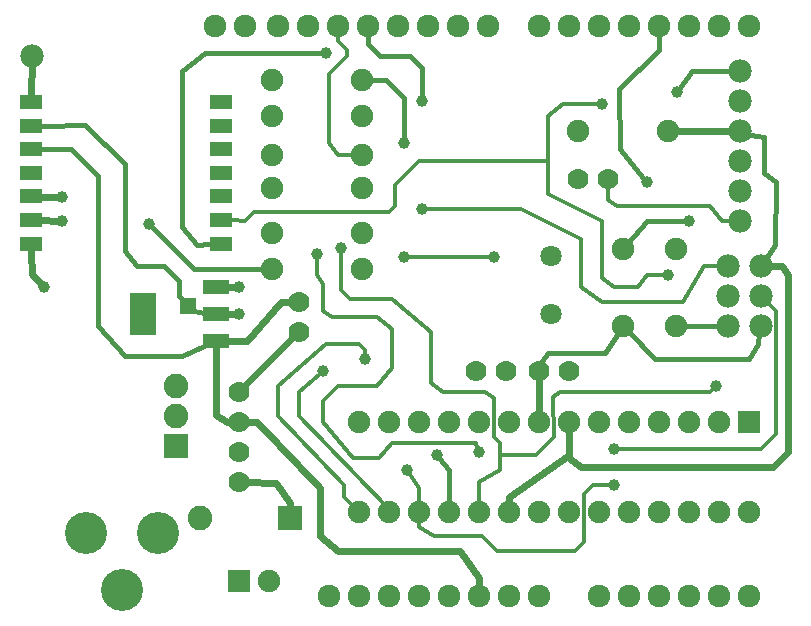
<source format=gtl>
G04 MADE WITH FRITZING*
G04 WWW.FRITZING.ORG*
G04 DOUBLE SIDED*
G04 HOLES PLATED*
G04 CONTOUR ON CENTER OF CONTOUR VECTOR*
%ASAXBY*%
%FSLAX23Y23*%
%MOIN*%
%OFA0B0*%
%SFA1.0B1.0*%
%ADD10C,0.039370*%
%ADD11C,0.075000*%
%ADD12C,0.070925*%
%ADD13C,0.070866*%
%ADD14C,0.070000*%
%ADD15C,0.078000*%
%ADD16C,0.082000*%
%ADD17C,0.140000*%
%ADD18C,0.075833*%
%ADD19R,0.088000X0.048000*%
%ADD20R,0.086600X0.141700*%
%ADD21R,0.081690X0.131309*%
%ADD22R,0.055556X0.055556*%
%ADD23R,0.075000X0.075000*%
%ADD24R,0.075569X0.049806*%
%ADD25R,0.075569X0.049847*%
%ADD26R,0.082000X0.082000*%
%ADD27C,0.024000*%
%ADD28C,0.016000*%
%ADD29C,0.012000*%
%LNCOPPER1*%
G90*
G70*
G54D10*
X805Y1031D03*
X805Y1122D03*
G54D11*
X2505Y671D03*
X2505Y371D03*
X2405Y671D03*
X2405Y371D03*
X2305Y671D03*
X2305Y371D03*
X2205Y671D03*
X2205Y371D03*
X2105Y671D03*
X2105Y371D03*
X2005Y671D03*
X2005Y371D03*
X1905Y671D03*
X1905Y371D03*
X1805Y671D03*
X1805Y371D03*
X1705Y671D03*
X1705Y371D03*
X1605Y671D03*
X1605Y371D03*
X1505Y671D03*
X1505Y371D03*
X1405Y671D03*
X1405Y371D03*
X1305Y671D03*
X1305Y371D03*
X1205Y671D03*
X1205Y371D03*
G54D10*
X2015Y1731D03*
G54D11*
X2263Y1247D03*
X2263Y991D03*
X2085Y1247D03*
X2085Y991D03*
G54D12*
X1845Y1224D03*
G54D13*
X1845Y1031D03*
G54D11*
X2235Y1641D03*
X1935Y1641D03*
G54D14*
X1805Y841D03*
X1906Y841D03*
X1595Y841D03*
X1696Y841D03*
X2035Y1481D03*
X1935Y1481D03*
G54D15*
X2475Y1841D03*
X2475Y1741D03*
X2475Y1641D03*
X2475Y1541D03*
X2475Y1441D03*
X2475Y1341D03*
G54D16*
X595Y591D03*
X595Y691D03*
X595Y791D03*
G54D17*
X535Y301D03*
X295Y301D03*
X415Y111D03*
G54D16*
X975Y351D03*
X677Y351D03*
G54D11*
X805Y141D03*
X905Y141D03*
G54D14*
X805Y671D03*
X805Y771D03*
X1005Y1071D03*
X1005Y971D03*
G54D15*
X2435Y991D03*
X2435Y1091D03*
X2435Y1191D03*
X2545Y991D03*
X2545Y1091D03*
X2545Y1191D03*
X115Y1891D03*
G54D14*
X805Y471D03*
X805Y571D03*
G54D11*
X1215Y1811D03*
X915Y1811D03*
X915Y1691D03*
X1215Y1691D03*
X1215Y1561D03*
X915Y1561D03*
X915Y1181D03*
X1215Y1181D03*
X1215Y1451D03*
X915Y1451D03*
X915Y1301D03*
X1215Y1301D03*
G54D10*
X155Y1121D03*
X505Y1331D03*
X215Y1341D03*
X215Y1421D03*
X2165Y1471D03*
X2235Y1161D03*
X2305Y1341D03*
X2265Y1771D03*
X1225Y881D03*
X1095Y1901D03*
X1085Y841D03*
X1415Y1381D03*
X1465Y561D03*
X1605Y571D03*
X1065Y1231D03*
X1415Y1741D03*
X2395Y791D03*
X2055Y461D03*
X2055Y581D03*
X1355Y1601D03*
X1355Y1221D03*
X1145Y1251D03*
X1365Y511D03*
X1655Y1221D03*
G54D18*
X728Y1991D03*
X828Y1991D03*
X935Y1991D03*
X1035Y1991D03*
X1135Y1991D03*
X1235Y1991D03*
X1335Y1991D03*
X1435Y1991D03*
X1535Y1991D03*
X1635Y1991D03*
X1805Y1991D03*
X1905Y1991D03*
X2005Y1991D03*
X2105Y1991D03*
X2205Y1991D03*
X2305Y1991D03*
X2405Y1991D03*
X2505Y1991D03*
X1105Y91D03*
X1205Y91D03*
X1305Y91D03*
X1405Y91D03*
X1505Y91D03*
X1605Y91D03*
X1705Y91D03*
X1805Y91D03*
X2005Y91D03*
X2105Y91D03*
X2205Y91D03*
X2305Y91D03*
X2405Y91D03*
X2505Y91D03*
G54D19*
X730Y940D03*
X730Y1031D03*
X730Y1122D03*
G54D20*
X486Y1031D03*
G54D21*
X485Y1031D03*
X485Y1031D03*
X485Y1031D03*
G54D22*
X636Y1059D03*
X636Y1059D03*
X636Y1059D03*
X636Y1059D03*
X636Y1059D03*
X636Y1059D03*
G54D23*
X2505Y671D03*
G54D24*
X112Y1265D03*
G54D25*
X112Y1344D03*
G54D24*
X112Y1423D03*
X112Y1501D03*
X112Y1580D03*
X112Y1659D03*
X112Y1737D03*
X745Y1737D03*
X745Y1659D03*
X745Y1580D03*
X745Y1501D03*
X745Y1423D03*
G54D25*
X745Y1344D03*
G54D24*
X745Y1265D03*
G54D26*
X595Y591D03*
X976Y351D03*
G54D23*
X805Y141D03*
G54D27*
X765Y671D02*
X779Y671D01*
D02*
X730Y696D02*
X765Y671D01*
D02*
X730Y922D02*
X730Y696D01*
D02*
X768Y1031D02*
X786Y1031D01*
G54D28*
D02*
X245Y1580D02*
X336Y1491D01*
D02*
X336Y1491D02*
X336Y991D01*
D02*
X336Y991D02*
X425Y891D01*
D02*
X425Y891D02*
X616Y891D01*
D02*
X466Y1191D02*
X425Y1241D01*
D02*
X555Y1191D02*
X466Y1191D01*
D02*
X605Y1140D02*
X555Y1191D01*
D02*
X605Y1091D02*
X605Y1140D01*
D02*
X152Y1580D02*
X245Y1580D01*
D02*
X616Y891D02*
X691Y924D01*
D02*
X656Y1040D02*
X605Y1091D01*
D02*
X425Y1241D02*
X425Y1532D01*
D02*
X425Y1532D02*
X294Y1660D01*
D02*
X294Y1660D02*
X152Y1659D01*
D02*
X691Y1036D02*
X656Y1040D01*
G54D27*
D02*
X786Y1122D02*
X768Y1122D01*
D02*
X987Y953D02*
X824Y790D01*
D02*
X945Y1071D02*
X979Y1071D01*
D02*
X834Y940D02*
X945Y1071D01*
D02*
X768Y940D02*
X834Y940D01*
D02*
X976Y401D02*
X976Y383D01*
D02*
X931Y469D02*
X976Y401D01*
D02*
X831Y471D02*
X931Y469D01*
D02*
X1905Y560D02*
X1905Y643D01*
D02*
X1705Y422D02*
X1905Y560D01*
D02*
X1705Y400D02*
X1705Y422D01*
D02*
X1136Y241D02*
X1544Y241D01*
D02*
X1544Y241D02*
X1605Y152D01*
D02*
X1605Y152D02*
X1605Y119D01*
D02*
X1076Y292D02*
X1136Y241D01*
D02*
X1076Y451D02*
X1076Y292D01*
D02*
X866Y672D02*
X1076Y451D01*
D02*
X831Y671D02*
X866Y672D01*
G54D28*
D02*
X2411Y991D02*
X2286Y991D01*
D02*
X2536Y932D02*
X2541Y967D01*
D02*
X2505Y882D02*
X2536Y932D01*
D02*
X2194Y882D02*
X2505Y882D01*
D02*
X2102Y975D02*
X2194Y882D01*
D02*
X1835Y901D02*
X1805Y860D01*
D02*
X2025Y902D02*
X1835Y901D01*
D02*
X1805Y860D02*
X1805Y862D01*
D02*
X2072Y972D02*
X2025Y902D01*
G54D27*
D02*
X116Y1166D02*
X113Y1239D01*
D02*
X143Y1136D02*
X116Y1166D01*
D02*
X117Y1861D02*
X116Y1871D01*
D02*
X116Y1871D02*
X113Y1764D01*
D02*
X196Y1342D02*
X152Y1343D01*
D02*
X196Y1421D02*
X152Y1422D01*
G54D29*
D02*
X1136Y1562D02*
X1105Y1602D01*
D02*
X1105Y1602D02*
X1105Y1831D01*
D02*
X1105Y1831D02*
X1165Y1891D01*
D02*
X1135Y1942D02*
X1135Y1969D01*
D02*
X1192Y1562D02*
X1136Y1562D01*
D02*
X2036Y1411D02*
X2036Y1461D01*
D02*
X2065Y1391D02*
X2036Y1411D01*
D02*
X2376Y1391D02*
X2065Y1391D01*
D02*
X2451Y1341D02*
X2415Y1342D01*
G54D27*
D02*
X2445Y1641D02*
X2264Y1641D01*
G54D28*
D02*
X2076Y1580D02*
X2074Y1780D01*
D02*
X2074Y1780D02*
X2205Y1912D01*
D02*
X2205Y1912D02*
X2205Y1969D01*
D02*
X2157Y1482D02*
X2076Y1580D01*
D02*
X2489Y1632D02*
X2556Y1620D01*
D02*
X2596Y1471D02*
X2594Y1260D01*
D02*
X2556Y1500D02*
X2596Y1471D01*
D02*
X2594Y1260D02*
X2560Y1211D01*
D02*
X2556Y1620D02*
X2556Y1500D01*
D02*
X2496Y1628D02*
X2489Y1632D01*
D02*
X2165Y1340D02*
X2100Y1265D01*
D02*
X2292Y1341D02*
X2165Y1340D01*
D02*
X2273Y1782D02*
X2315Y1842D01*
D02*
X2315Y1842D02*
X2451Y1841D01*
G54D29*
D02*
X2166Y1161D02*
X2222Y1161D01*
D02*
X1835Y1540D02*
X1835Y1540D01*
D02*
X1835Y1540D02*
X1835Y1431D01*
D02*
X1835Y1431D02*
X2016Y1342D01*
D02*
X2016Y1342D02*
X2016Y1151D01*
D02*
X2016Y1151D02*
X2055Y1122D01*
D02*
X2135Y1122D02*
X2166Y1161D01*
D02*
X2055Y1122D02*
X2135Y1122D01*
D02*
X1835Y1692D02*
X1835Y1540D01*
D02*
X2002Y1731D02*
X1885Y1731D01*
D02*
X1885Y1731D02*
X1835Y1692D01*
D02*
X936Y791D02*
X936Y691D01*
D02*
X1156Y420D02*
X1189Y387D01*
D02*
X1096Y931D02*
X936Y791D01*
D02*
X936Y691D02*
X1156Y462D01*
D02*
X1156Y462D02*
X1156Y420D01*
D02*
X1205Y931D02*
X1096Y931D01*
D02*
X1225Y895D02*
X1225Y911D01*
D02*
X1165Y1912D02*
X1135Y1942D01*
G54D28*
D02*
X694Y1902D02*
X616Y1841D01*
D02*
X616Y1321D02*
X666Y1260D01*
D02*
X666Y1260D02*
X706Y1263D01*
D02*
X616Y1841D02*
X616Y1321D01*
D02*
X1082Y1901D02*
X694Y1902D01*
G54D29*
D02*
X1005Y771D02*
X1005Y691D01*
D02*
X1295Y391D02*
X1294Y392D01*
D02*
X1005Y691D02*
X1295Y391D01*
D02*
X1075Y832D02*
X1005Y771D01*
G54D28*
D02*
X1505Y511D02*
X1505Y394D01*
D02*
X1474Y551D02*
X1505Y511D01*
G54D29*
D02*
X1165Y1891D02*
X1165Y1912D01*
D02*
X1265Y791D02*
X1135Y792D01*
D02*
X1135Y792D02*
X1085Y742D01*
D02*
X1595Y601D02*
X1601Y584D01*
D02*
X1376Y601D02*
X1595Y601D01*
D02*
X1315Y601D02*
X1376Y601D01*
D02*
X1274Y551D02*
X1315Y601D01*
D02*
X1185Y551D02*
X1274Y551D01*
D02*
X1085Y672D02*
X1185Y551D01*
D02*
X1085Y742D02*
X1085Y672D01*
D02*
X1315Y850D02*
X1265Y791D01*
D02*
X1315Y982D02*
X1315Y850D01*
D02*
X1265Y1021D02*
X1315Y982D01*
D02*
X1085Y1042D02*
X1115Y1021D01*
D02*
X1115Y1021D02*
X1265Y1021D01*
D02*
X1085Y1130D02*
X1085Y1042D01*
D02*
X1065Y1218D02*
X1065Y1162D01*
D02*
X1065Y1162D02*
X1085Y1130D01*
G54D27*
D02*
X1945Y522D02*
X1906Y551D01*
D02*
X1906Y551D02*
X1906Y643D01*
D02*
X2585Y522D02*
X1945Y522D01*
D02*
X2636Y1161D02*
X2635Y572D01*
D02*
X2635Y572D02*
X2585Y522D01*
D02*
X2615Y1190D02*
X2636Y1161D01*
D02*
X2575Y1191D02*
X2615Y1190D01*
G54D28*
D02*
X1376Y1891D02*
X1276Y1891D01*
D02*
X1276Y1891D02*
X1235Y1932D01*
D02*
X1415Y1851D02*
X1376Y1891D01*
D02*
X1235Y1932D02*
X1235Y1969D01*
D02*
X1415Y1755D02*
X1415Y1851D01*
G54D29*
D02*
X1946Y1281D02*
X1946Y1122D01*
D02*
X1946Y1122D02*
X2016Y1071D01*
D02*
X2016Y1071D02*
X2285Y1071D01*
D02*
X2285Y1071D02*
X2355Y1192D01*
D02*
X2355Y1192D02*
X2411Y1191D01*
D02*
X1745Y1381D02*
X1946Y1281D01*
D02*
X1429Y1381D02*
X1745Y1381D01*
D02*
X1835Y1540D02*
X1406Y1540D01*
D02*
X1406Y1540D02*
X1325Y1461D01*
D02*
X1325Y1461D02*
X1325Y1391D01*
D02*
X1325Y1391D02*
X1306Y1371D01*
D02*
X1306Y1371D02*
X1086Y1371D01*
D02*
X1086Y1371D02*
X856Y1371D01*
D02*
X856Y1371D02*
X825Y1342D01*
D02*
X825Y1342D02*
X785Y1343D01*
G54D27*
D02*
X1805Y815D02*
X1805Y700D01*
G54D29*
D02*
X1985Y462D02*
X1955Y431D01*
D02*
X1955Y431D02*
X1955Y271D01*
D02*
X1955Y271D02*
X1925Y240D01*
D02*
X1925Y240D02*
X1665Y242D01*
D02*
X1665Y242D02*
X1615Y292D01*
D02*
X1615Y292D02*
X1456Y292D01*
D02*
X1456Y292D02*
X1406Y321D01*
D02*
X1406Y321D02*
X1406Y348D01*
D02*
X2042Y461D02*
X1985Y462D01*
D02*
X2546Y581D02*
X2596Y632D01*
D02*
X2596Y632D02*
X2596Y850D01*
D02*
X2596Y850D02*
X2596Y1042D01*
D02*
X2596Y1042D02*
X2563Y1074D01*
D02*
X2069Y581D02*
X2546Y581D01*
G54D28*
D02*
X1356Y1751D02*
X1296Y1811D01*
D02*
X1296Y1811D02*
X1238Y1811D01*
D02*
X1355Y1615D02*
X1356Y1751D01*
G54D29*
D02*
X1145Y1111D02*
X1145Y1238D01*
D02*
X1676Y562D02*
X1676Y512D01*
D02*
X1626Y771D02*
X1655Y751D01*
D02*
X1485Y771D02*
X1626Y771D01*
D02*
X1446Y801D02*
X1485Y771D01*
D02*
X1446Y971D02*
X1446Y801D01*
D02*
X1315Y1081D02*
X1446Y971D01*
D02*
X1655Y751D02*
X1655Y708D01*
D02*
X1676Y601D02*
X1676Y562D01*
D02*
X1655Y621D02*
X1676Y601D01*
D02*
X1655Y708D02*
X1655Y621D01*
D02*
X1676Y512D02*
X1605Y471D01*
D02*
X1605Y471D02*
X1605Y394D01*
D02*
X1145Y1111D02*
X1176Y1080D01*
D02*
X2376Y771D02*
X2386Y782D01*
D02*
X1876Y771D02*
X2376Y771D01*
D02*
X1854Y753D02*
X1876Y771D01*
D02*
X1676Y562D02*
X1796Y562D01*
D02*
X1796Y562D02*
X1855Y621D01*
D02*
X1855Y621D02*
X1854Y753D01*
D02*
X1405Y451D02*
X1405Y394D01*
D02*
X1373Y500D02*
X1405Y451D01*
D02*
X1642Y1221D02*
X1369Y1221D01*
D02*
X2415Y1342D02*
X2376Y1391D01*
D02*
X1176Y1080D02*
X1315Y1081D01*
D02*
X1225Y911D02*
X1205Y931D01*
G54D27*
D02*
X2489Y1632D02*
X2500Y1625D01*
G54D28*
D02*
X655Y1182D02*
X892Y1181D01*
D02*
X515Y1322D02*
X655Y1182D01*
G04 End of Copper1*
M02*
</source>
